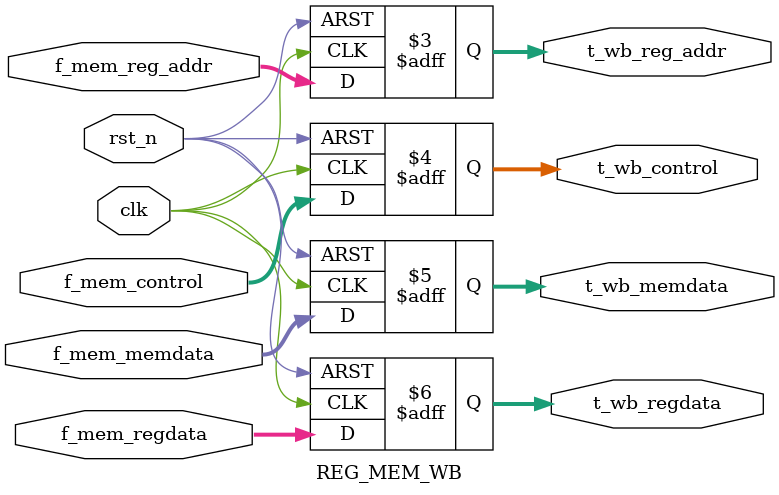
<source format=v>
`timescale 1ns / 1ps


module REG_MEM_WB(
    input clk,
    input rst_n,
    input[4:0] f_mem_reg_addr,
    input[7:0] f_mem_control,
    input[31:0] f_mem_memdata,
    input[31:0] f_mem_regdata,
    output reg[4:0] t_wb_reg_addr,
    output reg[7:0] t_wb_control,
    output reg[31:0] t_wb_memdata,
    output reg[31:0] t_wb_regdata
    );
always @(posedge clk or negedge rst_n)begin
    if(~rst_n)begin
        t_wb_reg_addr <= {5{1'b0}};
        t_wb_control <= {8{1'b0}};
        t_wb_memdata <= {32{1'b0}};
        t_wb_regdata <= {32{1'b0}};
    end
    else begin
        t_wb_reg_addr <= f_mem_reg_addr;
        t_wb_control <= f_mem_control;
        t_wb_memdata <= f_mem_memdata;
        t_wb_regdata <= f_mem_regdata;
    end
end
endmodule

</source>
